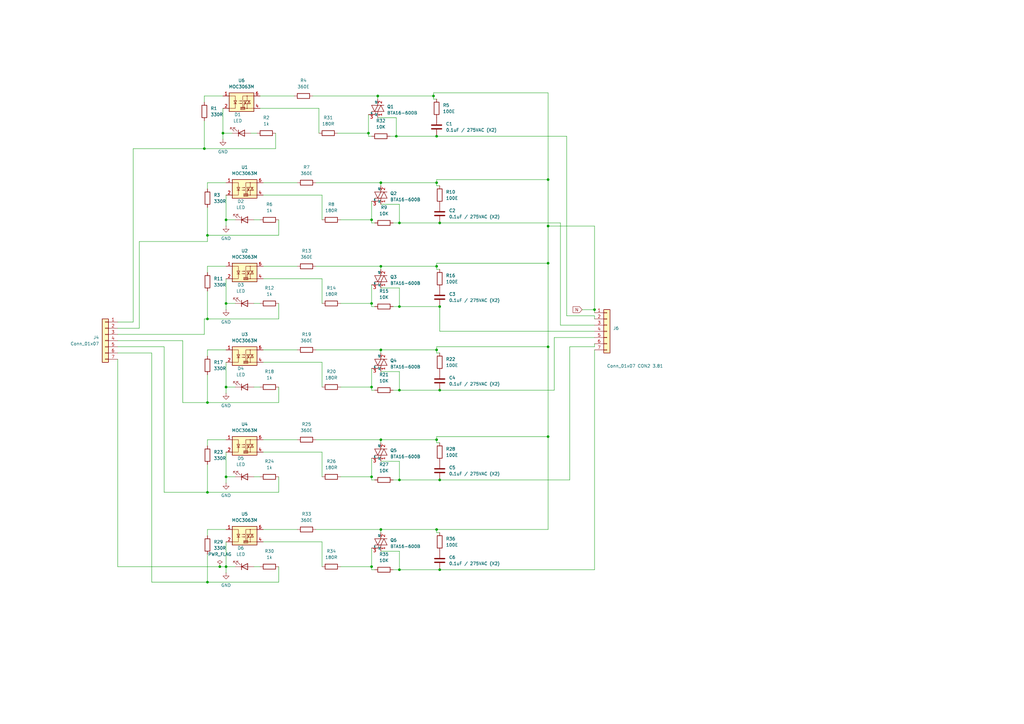
<source format=kicad_sch>
(kicad_sch (version 20250114) (generator "eeschema") (generator_version "9.0")
  (paper "A3")
  (title_block (title "Triac ckt by Amit") (company "Poweron"))
  (lib_symbols
    (symbol "Connector_Generic:Conn_01x07" (pin_names (offset 1.016) (hide yes))
      (property "Reference" "J" (at 0 10.16 0))
      (property "Value" "Conn_01x07" (at 0 -10.16 0))
      (symbol "Conn_01x07_1_1"
        (rectangle (start -1.27 8.89) (end 1.27 -8.89) (stroke (width 0.254)) (fill (type background)))
        (rectangle (start -1.27 7.747) (end 0 7.493) (stroke (width 0.1524)))
        (rectangle (start -1.27 5.207) (end 0 4.953) (stroke (width 0.1524)))
        (rectangle (start -1.27 2.667) (end 0 2.413) (stroke (width 0.1524)))
        (rectangle (start -1.27 0.127) (end 0 -0.127) (stroke (width 0.1524)))
        (rectangle (start -1.27 -2.413) (end 0 -2.667) (stroke (width 0.1524)))
        (rectangle (start -1.27 -4.953) (end 0 -5.207) (stroke (width 0.1524)))
        (rectangle (start -1.27 -7.493) (end 0 -7.747) (stroke (width 0.1524)))
        (pin passive line (at -5.08 7.62 0) (length 3.81) (name "Pin_1") (number "1"))
        (pin passive line (at -5.08 5.08 0) (length 3.81) (name "Pin_2") (number "2"))
        (pin passive line (at -5.08 2.54 0) (length 3.81) (name "Pin_3") (number "3"))
        (pin passive line (at -5.08 0 0) (length 3.81) (name "Pin_4") (number "4"))
        (pin passive line (at -5.08 -2.54 0) (length 3.81) (name "Pin_5") (number "5"))
        (pin passive line (at -5.08 -5.08 0) (length 3.81) (name "Pin_6") (number "6"))
        (pin passive line (at -5.08 -7.62 0) (length 3.81) (name "Pin_7") (number "7"))
      )
    )
    (symbol "Device:C" (pin_numbers (hide yes)) (pin_names (offset 0.254))
      (property "Reference" "C" (at 0.635 2.54 0))
      (property "Value" "C" (at 0.635 -2.54 0))
      (symbol "C_0_1"
        (polyline (pts (xy -2.032 0.762) (xy 2.032 0.762)) (stroke (width 0.508)))
        (polyline (pts (xy -2.032 -0.762) (xy 2.032 -0.762)) (stroke (width 0.508)))
      )
      (symbol "C_1_1"
        (pin passive line (at 0 3.81 270) (length 2.794) (name "~") (number "1"))
        (pin passive line (at 0 -3.81 90) (length 2.794) (name "~") (number "2"))
      )
    )
    (symbol "Device:LED" (pin_numbers (hide yes)) (pin_names (offset 1.016) (hide yes))
      (property "Reference" "D" (at 0 2.54 0))
      (property "Value" "LED" (at 0 -2.54 0))
      (symbol "LED_0_1"
        (polyline (pts (xy -3.048 -0.762) (xy -4.572 -2.286) (xy -3.81 -2.286) (xy -4.572 -2.286) (xy -4.572 -1.524)))
        (polyline (pts (xy -1.778 -0.762) (xy -3.302 -2.286) (xy -2.54 -2.286) (xy -3.302 -2.286) (xy -3.302 -1.524)))
        (polyline (pts (xy -1.27 0) (xy 1.27 0)))
        (polyline (pts (xy -1.27 -1.27) (xy -1.27 1.27)) (stroke (width 0.254)))
        (polyline (pts (xy 1.27 -1.27) (xy 1.27 1.27) (xy -1.27 0) (xy 1.27 -1.27)) (stroke (width 0.254)))
      )
      (symbol "LED_1_1"
        (pin passive line (at -3.81 0 0) (length 2.54) (name "K") (number "1"))
        (pin passive line (at 3.81 0 180) (length 2.54) (name "A") (number "2"))
      )
    )
    (symbol "Device:R" (pin_numbers (hide yes)) (pin_names (offset 0))
      (property "Reference" "R" (at 2.032 0 90))
      (property "Value" "R" (at 0 0 90))
      (symbol "R_0_1"
        (rectangle (start -1.016 -2.54) (end 1.016 2.54) (stroke (width 0.254)))
      )
      (symbol "R_1_1"
        (pin passive line (at 0 3.81 270) (length 1.27) (name "~") (number "1"))
        (pin passive line (at 0 -3.81 90) (length 1.27) (name "~") (number "2"))
      )
    )
    (symbol "Relay_SolidState:MOC3063M"
      (property "Reference" "U" (at -5.08 5.08 0))
      (property "Value" "MOC3063M" (at 0 5.08 0))
      (symbol "MOC3063M_0_0"
        (rectangle (start -0.381 -2.032) (end 1.397 -3.048))
        (polyline (pts (xy 1.524 -0.635) (xy 1.016 -1.016) (xy 1.016 -2.032)))
        (polyline (pts (xy 2.286 -2.54) (xy 1.397 -2.54)))
        (text "ZCD" (at 0.508 -2.54 0) (effects (font (size 0.508 0.508))))
      )
      (symbol "MOC3063M_0_1"
        (rectangle (start -5.08 3.81) (end 5.08 -3.81) (stroke (width 0.254)) (fill (type background)))
        (polyline (pts (xy -5.08 2.54) (xy -2.54 2.54) (xy -2.54 -2.54) (xy -5.08 -2.54)))
        (polyline (pts (xy -3.175 -0.635) (xy -1.905 -0.635)))
        (polyline (pts (xy -2.54 -0.635) (xy -3.175 0.635) (xy -1.905 0.635) (xy -2.54 -0.635)))
        (polyline (pts (xy -1.143 0.508) (xy 0.127 0.508) (xy -0.254 0.381) (xy -0.254 0.635) (xy 0.127 0.508)))
        (polyline (pts (xy -1.143 -0.508) (xy 0.127 -0.508) (xy -0.254 -0.635) (xy -0.254 -0.381) (xy 0.127 -0.508)))
        (polyline (pts (xy 0.889 -0.635) (xy 3.683 -0.635) (xy 3.048 0.635) (xy 2.413 -0.635)))
        (polyline (pts (xy 1.524 -0.635) (xy 1.524 0.635)))
        (polyline (pts (xy 2.286 2.54) (xy 0.508 2.54) (xy 0.508 -2.032)))
        (circle (center 2.286 2.54) (radius 0.127))
        (polyline (pts (xy 2.286 0.635) (xy 2.286 2.54) (xy 5.08 2.54)))
        (polyline (pts (xy 2.286 -0.635) (xy 2.286 -2.54) (xy 5.08 -2.54)))
        (circle (center 2.286 -2.54) (radius 0.127))
        (polyline (pts (xy 3.048 0.635) (xy 3.048 -0.635)))
        (polyline (pts (xy 3.683 0.635) (xy 0.889 0.635) (xy 1.524 -0.635) (xy 2.159 0.635)))
      )
      (symbol "MOC3063M_1_1"
        (pin passive line (at -7.62 2.54 0) (length 2.54) (name "~") (number "1"))
        (pin passive line (at -7.62 -2.54 0) (length 2.54) (name "~") (number "2"))
        (pin no_connect line (at -5.08 0 0) (length 2.54) (hide yes) (name "NC") (number "3"))
        (pin no_connect line (at 5.08 0 180) (length 2.54) (hide yes) (name "NC") (number "5"))
        (pin passive line (at 7.62 2.54 180) (length 2.54) (name "~") (number "6"))
        (pin passive line (at 7.62 -2.54 180) (length 2.54) (name "~") (number "4"))
      )
    )
    (symbol "Triac_Thyristor:BTA16-600B" (pin_names (offset 0))
      (property "Reference" "Q" (at 5.08 1.905 0))
      (property "Value" "BTA16-600B" (at 5.08 0 0))
      (symbol "BTA16-600B_0_1"
        (polyline (pts (xy -2.54 1.27) (xy 2.54 1.27)) (stroke (width 0.2032)))
        (polyline (pts (xy -2.54 1.27) (xy -1.27 -1.27) (xy 0 1.27)) (stroke (width 0.2032)))
        (polyline (pts (xy -2.54 -1.27) (xy 2.54 -1.27)) (stroke (width 0.2032)))
        (polyline (pts (xy -1.27 -2.54) (xy -0.635 -1.27)))
        (polyline (pts (xy 0 -1.27) (xy 1.27 1.27) (xy 2.54 -1.27)) (stroke (width 0.2032)))
      )
      (symbol "BTA16-600B_1_1"
        (pin input line (at -3.81 -2.54 0) (length 2.54) (name "G") (number "3"))
        (pin passive line (at 0 3.81 270) (length 2.54) (name "A2") (number "2"))
        (pin passive line (at 0 -3.81 90) (length 2.54) (name "A1") (number "1"))
      )
    )
    (symbol "power:GND" (power) (pin_numbers (hide yes)) (pin_names (offset 0) (hide yes))
      (property "Value" "GND" (at 0 -3.81 0))
      (symbol "GND_0_1"
        (polyline (pts (xy 0 0) (xy 0 -1.27) (xy 1.27 -1.27) (xy 0 -2.54) (xy -1.27 -1.27) (xy 0 -1.27)))
      )
      (symbol "GND_1_1"
        (pin power_in line (at 0 0 270) (length 0) (name "~") (number "1"))
      )
    )
    (symbol "power:PWR_FLAG" (power) (pin_numbers (hide yes)) (pin_names (offset 0) (hide yes))
      (property "Value" "PWR_FLAG" (at 0 3.81 0))
      (symbol "PWR_FLAG_0_0"
        (pin power_out line (at 0 0 90) (length 0) (name "~") (number "1"))
      )
      (symbol "PWR_FLAG_0_1"
        (polyline (pts (xy 0 0) (xy 0 1.27) (xy -1.016 1.905) (xy 0 2.54) (xy 1.016 1.905) (xy 0 1.27)))
      )
    )
  )
  (junction (at 156.21 74.93))
  (junction (at 156.21 109.22))
  (junction (at 156.21 143.51))
  (junction (at 162.56 55.88))
  (junction (at 92.71 158.75))
  (junction (at 179.07 109.22))
  (junction (at 179.07 180.34))
  (junction (at 85.09 238.76))
  (junction (at 180.34 196.85))
  (junction (at 179.07 217.17))
  (junction (at 92.71 90.17))
  (junction (at 163.83 196.85))
  (junction (at 154.94 39.37))
  (junction (at 156.21 217.17))
  (junction (at 83.82 60.96))
  (junction (at 85.09 96.52))
  (junction (at 85.09 201.93))
  (junction (at 180.34 125.73))
  (junction (at 224.79 179.07))
  (junction (at 90.17 232.41))
  (junction (at 243.84 127))
  (junction (at 163.83 160.02))
  (junction (at 179.07 74.93))
  (junction (at 152.4 195.58))
  (junction (at 152.4 124.46))
  (junction (at 180.34 233.68))
  (junction (at 224.79 73.66))
  (junction (at 163.83 91.44))
  (junction (at 179.07 143.51))
  (junction (at 92.71 124.46))
  (junction (at 163.83 125.73))
  (junction (at 180.34 91.44))
  (junction (at 85.09 165.1))
  (junction (at 85.09 130.81))
  (junction (at 92.71 232.41))
  (junction (at 152.4 158.75))
  (junction (at 152.4 232.41))
  (junction (at 152.4 90.17))
  (junction (at 224.79 142.24))
  (junction (at 92.71 195.58))
  (junction (at 224.79 107.95))
  (junction (at 156.21 180.34))
  (junction (at 179.07 55.88))
  (junction (at 91.44 54.61))
  (junction (at 224.79 92.71))
  (junction (at 151.13 54.61))
  (junction (at 180.34 160.02))
  (junction (at 177.8 39.37))
  (junction (at 163.83 233.68))
  (wire (pts (xy 92.71 143.51) (xy 85.09 143.51)))
  (wire (pts (xy 153.67 196.85) (xy 152.4 196.85)))
  (wire (pts (xy 224.79 38.1) (xy 177.8 38.1)))
  (wire (pts (xy 179.07 144.78) (xy 179.07 143.51)))
  (wire (pts (xy 152.4 125.73) (xy 152.4 124.46)))
  (wire (pts (xy 67.31 142.24) (xy 67.31 201.93)))
  (wire (pts (xy 48.26 142.24) (xy 67.31 142.24)))
  (wire (pts (xy 156.21 180.34) (xy 179.07 180.34)))
  (wire (pts (xy 163.83 233.68) (xy 180.34 233.68)))
  (wire (pts (xy 152.4 91.44) (xy 152.4 90.17)))
  (wire (pts (xy 232.41 129.54) (xy 232.41 55.88)))
  (wire (pts (xy 243.84 138.43) (xy 227.33 138.43)))
  (wire (pts (xy 243.84 233.68) (xy 180.34 233.68)))
  (wire (pts (xy 114.3 165.1) (xy 85.09 165.1)))
  (wire (pts (xy 132.08 185.42) (xy 132.08 195.58)))
  (wire (pts (xy 179.07 142.24) (xy 179.07 143.51)))
  (wire (pts (xy 161.29 125.73) (xy 163.83 125.73)))
  (wire (pts (xy 129.54 109.22) (xy 156.21 109.22)))
  (wire (pts (xy 114.3 232.41) (xy 114.3 238.76)))
  (wire (pts (xy 163.83 189.23) (xy 156.21 189.23)))
  (wire (pts (xy 85.09 143.51) (xy 85.09 146.05)))
  (wire (pts (xy 152.4 158.75) (xy 139.7 158.75)))
  (wire (pts (xy 243.84 143.51) (xy 243.84 233.68)))
  (wire (pts (xy 156.21 217.17) (xy 156.21 218.44)))
  (wire (pts (xy 156.21 74.93) (xy 179.07 74.93)))
  (wire (pts (xy 128.27 39.37) (xy 154.94 39.37)))
  (wire (pts (xy 92.71 124.46) (xy 96.52 124.46)))
  (wire (pts (xy 179.07 110.49) (xy 180.34 110.49)))
  (wire (pts (xy 107.95 114.3) (xy 132.08 114.3)))
  (wire (pts (xy 224.79 73.66) (xy 224.79 92.71)))
  (wire (pts (xy 129.54 74.93) (xy 156.21 74.93)))
  (wire (pts (xy 107.95 109.22) (xy 121.92 109.22)))
  (wire (pts (xy 180.34 135.89) (xy 180.34 125.73)))
  (wire (pts (xy 85.09 119.38) (xy 85.09 130.81)))
  (wire (pts (xy 132.08 148.59) (xy 132.08 158.75)))
  (wire (pts (xy 179.07 218.44) (xy 179.07 217.17)))
  (wire (pts (xy 54.61 60.96) (xy 83.82 60.96)))
  (wire (pts (xy 243.84 129.54) (xy 232.41 129.54)))
  (wire (pts (xy 152.4 196.85) (xy 152.4 195.58)))
  (wire (pts (xy 229.87 91.44) (xy 180.34 91.44)))
  (wire (pts (xy 179.07 73.66) (xy 224.79 73.66)))
  (wire (pts (xy 243.84 127) (xy 243.84 92.71)))
  (wire (pts (xy 85.09 180.34) (xy 85.09 182.88)))
  (wire (pts (xy 107.95 180.34) (xy 121.92 180.34)))
  (wire (pts (xy 91.44 44.45) (xy 91.44 54.61)))
  (wire (pts (xy 161.29 91.44) (xy 163.83 91.44)))
  (wire (pts (xy 151.13 55.88) (xy 151.13 54.61)))
  (wire (pts (xy 243.84 142.24) (xy 233.68 142.24)))
  (wire (pts (xy 92.71 127) (xy 92.71 124.46)))
  (wire (pts (xy 92.71 80.01) (xy 92.71 90.17)))
  (wire (pts (xy 163.83 125.73) (xy 180.34 125.73)))
  (wire (pts (xy 92.71 232.41) (xy 96.52 232.41)))
  (wire (pts (xy 179.07 55.88) (xy 232.41 55.88)))
  (wire (pts (xy 104.14 90.17) (xy 106.68 90.17)))
  (wire (pts (xy 92.71 195.58) (xy 96.52 195.58)))
  (wire (pts (xy 104.14 124.46) (xy 106.68 124.46)))
  (wire (pts (xy 154.94 39.37) (xy 177.8 39.37)))
  (wire (pts (xy 114.3 124.46) (xy 114.3 130.81)))
  (wire (pts (xy 132.08 114.3) (xy 132.08 124.46)))
  (wire (pts (xy 163.83 83.82) (xy 156.21 83.82)))
  (wire (pts (xy 152.4 232.41) (xy 139.7 232.41)))
  (wire (pts (xy 224.79 107.95) (xy 224.79 142.24)))
  (wire (pts (xy 129.54 143.51) (xy 156.21 143.51)))
  (wire (pts (xy 85.09 85.09) (xy 85.09 96.52)))
  (wire (pts (xy 104.14 195.58) (xy 106.68 195.58)))
  (wire (pts (xy 114.3 238.76) (xy 85.09 238.76)))
  (wire (pts (xy 114.3 195.58) (xy 114.3 201.93)))
  (wire (pts (xy 152.4 195.58) (xy 139.7 195.58)))
  (wire (pts (xy 104.14 232.41) (xy 106.68 232.41)))
  (wire (pts (xy 177.8 40.64) (xy 179.07 40.64)))
  (wire (pts (xy 92.71 222.25) (xy 92.71 232.41)))
  (wire (pts (xy 129.54 180.34) (xy 156.21 180.34)))
  (wire (pts (xy 179.07 218.44) (xy 180.34 218.44)))
  (wire (pts (xy 152.4 195.58) (xy 152.4 187.96)))
  (wire (pts (xy 229.87 133.35) (xy 243.84 133.35)))
  (wire (pts (xy 152.4 90.17) (xy 152.4 82.55)))
  (wire (pts (xy 161.29 233.68) (xy 163.83 233.68)))
  (wire (pts (xy 83.82 49.53) (xy 83.82 60.96)))
  (wire (pts (xy 151.13 54.61) (xy 151.13 46.99)))
  (wire (pts (xy 179.07 73.66) (xy 179.07 74.93)))
  (wire (pts (xy 152.4 124.46) (xy 139.7 124.46)))
  (wire (pts (xy 163.83 233.68) (xy 163.83 226.06)))
  (wire (pts (xy 156.21 217.17) (xy 179.07 217.17)))
  (wire (pts (xy 163.83 160.02) (xy 163.83 152.4)))
  (wire (pts (xy 92.71 109.22) (xy 85.09 109.22)))
  (wire (pts (xy 85.09 74.93) (xy 85.09 77.47)))
  (wire (pts (xy 85.09 201.93) (xy 114.3 201.93)))
  (wire (pts (xy 156.21 109.22) (xy 156.21 110.49)))
  (wire (pts (xy 163.83 91.44) (xy 180.34 91.44)))
  (wire (pts (xy 130.81 44.45) (xy 130.81 54.61)))
  (wire (pts (xy 85.09 109.22) (xy 85.09 111.76)))
  (wire (pts (xy 85.09 153.67) (xy 85.09 165.1)))
  (wire (pts (xy 92.71 92.71) (xy 92.71 90.17)))
  (wire (pts (xy 92.71 148.59) (xy 92.71 158.75)))
  (wire (pts (xy 151.13 54.61) (xy 138.43 54.61)))
  (wire (pts (xy 92.71 185.42) (xy 92.71 195.58)))
  (wire (pts (xy 106.68 44.45) (xy 130.81 44.45)))
  (wire (pts (xy 107.95 148.59) (xy 132.08 148.59)))
  (wire (pts (xy 152.4 90.17) (xy 139.7 90.17)))
  (wire (pts (xy 180.34 135.89) (xy 243.84 135.89)))
  (wire (pts (xy 114.3 96.52) (xy 85.09 96.52)))
  (wire (pts (xy 90.17 232.41) (xy 92.71 232.41)))
  (wire (pts (xy 57.15 99.06) (xy 85.09 99.06)))
  (wire (pts (xy 91.44 57.15) (xy 91.44 54.61)))
  (wire (pts (xy 107.95 143.51) (xy 121.92 143.51)))
  (wire (pts (xy 156.21 143.51) (xy 156.21 144.78)))
  (wire (pts (xy 48.26 139.7) (xy 74.93 139.7)))
  (wire (pts (xy 92.71 161.29) (xy 92.71 158.75)))
  (wire (pts (xy 114.3 90.17) (xy 114.3 96.52)))
  (wire (pts (xy 132.08 80.01) (xy 132.08 90.17)))
  (wire (pts (xy 83.82 137.16) (xy 83.82 130.81)))
  (wire (pts (xy 224.79 92.71) (xy 224.79 107.95)))
  (wire (pts (xy 92.71 234.95) (xy 92.71 232.41)))
  (wire (pts (xy 107.95 74.93) (xy 121.92 74.93)))
  (wire (pts (xy 74.93 165.1) (xy 85.09 165.1)))
  (wire (pts (xy 163.83 160.02) (xy 180.34 160.02)))
  (wire (pts (xy 91.44 54.61) (xy 95.25 54.61)))
  (wire (pts (xy 163.83 196.85) (xy 163.83 189.23)))
  (wire (pts (xy 179.07 144.78) (xy 180.34 144.78)))
  (wire (pts (xy 177.8 40.64) (xy 177.8 39.37)))
  (wire (pts (xy 62.23 144.78) (xy 62.23 238.76)))
  (wire (pts (xy 92.71 217.17) (xy 85.09 217.17)))
  (wire (pts (xy 163.83 118.11) (xy 156.21 118.11)))
  (wire (pts (xy 85.09 227.33) (xy 85.09 238.76)))
  (wire (pts (xy 162.56 55.88) (xy 162.56 48.26)))
  (wire (pts (xy 85.09 217.17) (xy 85.09 219.71)))
  (wire (pts (xy 227.33 138.43) (xy 227.33 160.02)))
  (wire (pts (xy 48.26 132.08) (xy 54.61 132.08)))
  (wire (pts (xy 179.07 181.61) (xy 180.34 181.61)))
  (wire (pts (xy 153.67 160.02) (xy 152.4 160.02)))
  (wire (pts (xy 243.84 92.71) (xy 224.79 92.71)))
  (wire (pts (xy 85.09 99.06) (xy 85.09 96.52)))
  (wire (pts (xy 54.61 132.08) (xy 54.61 60.96)))
  (wire (pts (xy 152.4 160.02) (xy 152.4 158.75)))
  (wire (pts (xy 224.79 142.24) (xy 224.79 179.07)))
  (wire (pts (xy 91.44 39.37) (xy 83.82 39.37)))
  (wire (pts (xy 162.56 48.26) (xy 154.94 48.26)))
  (wire (pts (xy 48.26 137.16) (xy 83.82 137.16)))
  (wire (pts (xy 179.07 76.2) (xy 180.34 76.2)))
  (wire (pts (xy 161.29 196.85) (xy 163.83 196.85)))
  (wire (pts (xy 83.82 39.37) (xy 83.82 41.91)))
  (wire (pts (xy 85.09 190.5) (xy 85.09 201.93)))
  (wire (pts (xy 179.07 179.07) (xy 179.07 180.34)))
  (wire (pts (xy 114.3 130.81) (xy 85.09 130.81)))
  (wire (pts (xy 243.84 129.54) (xy 243.84 130.81)))
  (wire (pts (xy 163.83 125.73) (xy 163.83 118.11)))
  (wire (pts (xy 224.79 179.07) (xy 224.79 217.17)))
  (wire (pts (xy 156.21 180.34) (xy 156.21 181.61)))
  (wire (pts (xy 179.07 110.49) (xy 179.07 109.22)))
  (wire (pts (xy 163.83 152.4) (xy 156.21 152.4)))
  (wire (pts (xy 229.87 133.35) (xy 229.87 91.44)))
  (wire (pts (xy 163.83 226.06) (xy 156.21 226.06)))
  (wire (pts (xy 224.79 217.17) (xy 179.07 217.17)))
  (wire (pts (xy 179.07 107.95) (xy 224.79 107.95)))
  (wire (pts (xy 92.71 198.12) (xy 92.71 195.58)))
  (wire (pts (xy 177.8 38.1) (xy 177.8 39.37)))
  (wire (pts (xy 163.83 91.44) (xy 163.83 83.82)))
  (wire (pts (xy 162.56 55.88) (xy 179.07 55.88)))
  (wire (pts (xy 92.71 90.17) (xy 96.52 90.17)))
  (wire (pts (xy 224.79 38.1) (xy 224.79 73.66)))
  (wire (pts (xy 154.94 39.37) (xy 154.94 40.64)))
  (wire (pts (xy 238.76 127) (xy 243.84 127)))
  (wire (pts (xy 107.95 185.42) (xy 132.08 185.42)))
  (wire (pts (xy 227.33 160.02) (xy 180.34 160.02)))
  (wire (pts (xy 107.95 80.01) (xy 132.08 80.01)))
  (wire (pts (xy 114.3 158.75) (xy 114.3 165.1)))
  (wire (pts (xy 107.95 217.17) (xy 121.92 217.17)))
  (wire (pts (xy 179.07 142.24) (xy 224.79 142.24)))
  (wire (pts (xy 113.03 54.61) (xy 113.03 60.96)))
  (wire (pts (xy 92.71 158.75) (xy 96.52 158.75)))
  (wire (pts (xy 74.93 139.7) (xy 74.93 165.1)))
  (wire (pts (xy 152.4 158.75) (xy 152.4 151.13)))
  (wire (pts (xy 156.21 109.22) (xy 179.07 109.22)))
  (wire (pts (xy 161.29 160.02) (xy 163.83 160.02)))
  (wire (pts (xy 152.4 124.46) (xy 152.4 116.84)))
  (wire (pts (xy 83.82 130.81) (xy 85.09 130.81)))
  (wire (pts (xy 152.4 232.41) (xy 152.4 224.79)))
  (wire (pts (xy 107.95 222.25) (xy 132.08 222.25)))
  (wire (pts (xy 156.21 74.93) (xy 156.21 76.2)))
  (wire (pts (xy 156.21 143.51) (xy 179.07 143.51)))
  (wire (pts (xy 179.07 107.95) (xy 179.07 109.22)))
  (wire (pts (xy 92.71 180.34) (xy 85.09 180.34)))
  (wire (pts (xy 104.14 158.75) (xy 106.68 158.75)))
  (wire (pts (xy 67.31 201.93) (xy 85.09 201.93)))
  (wire (pts (xy 48.26 134.62) (xy 57.15 134.62)))
  (wire (pts (xy 48.26 232.41) (xy 90.17 232.41)))
  (wire (pts (xy 179.07 76.2) (xy 179.07 74.93)))
  (wire (pts (xy 152.4 233.68) (xy 152.4 232.41)))
  (wire (pts (xy 113.03 60.96) (xy 83.82 60.96)))
  (wire (pts (xy 106.68 39.37) (xy 120.65 39.37)))
  (wire (pts (xy 132.08 222.25) (xy 132.08 232.41)))
  (wire (pts (xy 243.84 128.27) (xy 243.84 127)))
  (wire (pts (xy 153.67 125.73) (xy 152.4 125.73)))
  (wire (pts (xy 92.71 114.3) (xy 92.71 124.46)))
  (wire (pts (xy 179.07 179.07) (xy 224.79 179.07)))
  (wire (pts (xy 92.71 74.93) (xy 85.09 74.93)))
  (wire (pts (xy 152.4 55.88) (xy 151.13 55.88)))
  (wire (pts (xy 233.68 142.24) (xy 233.68 196.85)))
  (wire (pts (xy 160.02 55.88) (xy 162.56 55.88)))
  (wire (pts (xy 48.26 147.32) (xy 48.26 232.41)))
  (wire (pts (xy 129.54 217.17) (xy 156.21 217.17)))
  (wire (pts (xy 243.84 140.97) (xy 243.84 142.24)))
  (wire (pts (xy 163.83 196.85) (xy 180.34 196.85)))
  (wire (pts (xy 179.07 181.61) (xy 179.07 180.34)))
  (wire (pts (xy 233.68 196.85) (xy 180.34 196.85)))
  (wire (pts (xy 57.15 134.62) (xy 57.15 99.06)))
  (wire (pts (xy 48.26 144.78) (xy 62.23 144.78)))
  (wire (pts (xy 62.23 238.76) (xy 85.09 238.76)))
  (wire (pts (xy 153.67 233.68) (xy 152.4 233.68)))
  (wire (pts (xy 153.67 91.44) (xy 152.4 91.44)))
  (wire (pts (xy 102.87 54.61) (xy 105.41 54.61)))
  (global_label "N" (shape input) (at 238.76 127 180) (property "Intersheetrefs" "${INTERSHEET_REFS}" (effects (hide yes))))
  (symbol (lib_id "Device:R") (at 180.34 185.42 0) (unit 1)
    (property "Reference" "R28" (at 182.88 184.1499 0) (effects (justify left)))
    (property "Value" "100E" (at 182.88 186.6899 0) (effects (justify left)))
    (property "Footprint" "Resistor_THT:R_Axial_DIN0411_L9.9mm_D3.6mm_P12.70mm_Horizontal" (effects (hide yes)))
    (property "Description" "Resistor" (effects (hide yes)))
  )
  (symbol (lib_id "Device:C") (at 180.34 156.21 0) (unit 1)
    (property "Reference" "C4" (at 184.15 154.9399 0) (effects (justify left)))
    (property "Value" "0.1uF / 275VAC (X2)" (at 184.15 157.4799 0) (effects (justify left)))
    (property "Footprint" "Capacitor_THT:C_Rect_L13.0mm_W5.0mm_P10.00mm_FKS3_FKP3_MKS4" (effects (hide yes)))
    (property "Description" "Unpolarized capacitor" (effects (hide yes)))
  )
  (symbol (lib_id "power:GND") (at 92.71 127 0) (unit 1)
    (property "Reference" "#PWR03" (effects (hide yes)))
    (property "Value" "GND" (at 92.71 132.08 0))
    (property "Description" "Power symbol creates a global label with name \"GND\" , ground" (effects (hide yes)))
  )
  (symbol (lib_id "power:GND") (at 92.71 92.71 0) (unit 1)
    (property "Reference" "#PWR02" (effects (hide yes)))
    (property "Value" "GND" (at 92.71 97.79 0))
    (property "Description" "Power symbol creates a global label with name \"GND\" , ground" (effects (hide yes)))
  )
  (symbol (lib_id "Device:R") (at 85.09 186.69 0) (unit 1)
    (property "Reference" "R23" (at 87.63 185.4199 0) (effects (justify left)))
    (property "Value" "330R" (at 87.63 187.9599 0) (effects (justify left)))
    (property "Footprint" "Resistor_THT:R_Axial_DIN0207_L6.3mm_D2.5mm_P7.62mm_Horizontal" (effects (hide yes)))
    (property "Description" "Resistor" (effects (hide yes)))
  )
  (symbol (lib_id "Device:C") (at 179.07 52.07 0) (unit 1)
    (property "Reference" "C1" (at 182.88 50.7999 0) (effects (justify left)))
    (property "Value" "0.1uF / 275VAC (X2)" (at 182.88 53.3399 0) (effects (justify left)))
    (property "Footprint" "Capacitor_THT:C_Rect_L13.0mm_W5.0mm_P10.00mm_FKS3_FKP3_MKS4" (effects (hide yes)))
    (property "Description" "Unpolarized capacitor" (effects (hide yes)))
  )
  (symbol (lib_id "Device:R") (at 110.49 124.46 270) (unit 1)
    (property "Reference" "R12" (at 110.49 118.11 90))
    (property "Value" "1k" (at 110.49 120.65 90))
    (property "Footprint" "Resistor_THT:R_Axial_DIN0207_L6.3mm_D2.5mm_P7.62mm_Horizontal" (effects (hide yes)))
    (property "Description" "Resistor" (effects (hide yes)))
  )
  (symbol (lib_id "Triac_Thyristor:BTA16-600B") (at 156.21 114.3 0) (unit 1)
    (property "Reference" "Q3" (at 160.02 113.6141 0) (effects (justify left)))
    (property "Value" "BTA16-600B" (at 160.02 116.1541 0) (effects (justify left)))
    (property "Footprint" "Package_TO_SOT_THT:TO-220-3_Vertical" (effects (hide yes)))
    (property "Datasheet" "https://www.st.com/resource/en/datasheet/bta16.pdf" (effects (hide yes)))
    (property "Description" "16A RMS, 600V Off-State Voltage, 50mA Sensitivity, Insulated, Triac, TO-220" (effects (hide yes)))
  )
  (symbol (lib_id "Device:R") (at 135.89 90.17 270) (unit 1)
    (property "Reference" "R8" (at 135.89 83.82 90))
    (property "Value" "180R" (at 135.89 86.36 90))
    (property "Footprint" "Resistor_THT:R_Axial_DIN0207_L6.3mm_D2.5mm_P7.62mm_Horizontal" (effects (hide yes)))
    (property "Description" "Resistor" (effects (hide yes)))
  )
  (symbol (lib_id "Device:R") (at 85.09 115.57 0) (unit 1)
    (property "Reference" "R11" (at 87.63 114.2999 0) (effects (justify left)))
    (property "Value" "330R" (at 87.63 116.8399 0) (effects (justify left)))
    (property "Footprint" "Resistor_THT:R_Axial_DIN0207_L6.3mm_D2.5mm_P7.62mm_Horizontal" (effects (hide yes)))
    (property "Description" "Resistor" (effects (hide yes)))
  )
  (symbol (lib_id "Device:R") (at 180.34 222.25 0) (unit 1)
    (property "Reference" "R36" (at 182.88 220.9799 0) (effects (justify left)))
    (property "Value" "100E" (at 182.88 223.5199 0) (effects (justify left)))
    (property "Footprint" "Resistor_THT:R_Axial_DIN0411_L9.9mm_D3.6mm_P12.70mm_Horizontal" (effects (hide yes)))
    (property "Description" "Resistor" (effects (hide yes)))
  )
  (symbol (lib_id "Device:C") (at 180.34 87.63 0) (unit 1)
    (property "Reference" "C2" (at 184.15 86.3599 0) (effects (justify left)))
    (property "Value" "0.1uF / 275VAC (X2)" (at 184.15 88.8999 0) (effects (justify left)))
    (property "Footprint" "Capacitor_THT:C_Rect_L13.0mm_W5.0mm_P10.00mm_FKS3_FKP3_MKS4" (effects (hide yes)))
    (property "Description" "Unpolarized capacitor" (effects (hide yes)))
  )
  (symbol (lib_id "power:GND") (at 92.71 198.12 0) (unit 1)
    (property "Reference" "#PWR05" (effects (hide yes)))
    (property "Value" "GND" (at 92.71 203.2 0))
    (property "Description" "Power symbol creates a global label with name \"GND\" , ground" (effects (hide yes)))
  )
  (symbol (lib_id "Relay_SolidState:MOC3063M") (at 100.33 219.71 0) (unit 1)
    (property "Reference" "U5" (at 100.33 210.82 0))
    (property "Value" "MOC3063M" (at 100.33 213.36 0))
    (property "Footprint" "Package_DIP:DIP-6_W7.62mm" (effects (hide yes)))
    (property "Datasheet" "https://www.onsemi.com/pub/Collateral/MOC3163M-D.pdf" (effects (hide yes)))
    (property "Description" "Zero Cross Opto-Triac, Vdrm 600V, Ift 5mA, DIP6" (effects (hide yes)))
  )
  (symbol (lib_id "Triac_Thyristor:BTA16-600B") (at 156.21 222.25 0) (unit 1)
    (property "Reference" "Q6" (at 160.02 221.5641 0) (effects (justify left)))
    (property "Value" "BTA16-600B" (at 160.02 224.1041 0) (effects (justify left)))
    (property "Footprint" "Package_TO_SOT_THT:TO-220-3_Vertical" (effects (hide yes)))
    (property "Datasheet" "https://www.st.com/resource/en/datasheet/bta16.pdf" (effects (hide yes)))
    (property "Description" "16A RMS, 600V Off-State Voltage, 50mA Sensitivity, Insulated, Triac, TO-220" (effects (hide yes)))
  )
  (symbol (lib_id "Relay_SolidState:MOC3063M") (at 100.33 111.76 0) (unit 1)
    (property "Reference" "U2" (at 100.33 102.87 0))
    (property "Value" "MOC3063M" (at 100.33 105.41 0))
    (property "Footprint" "Package_DIP:DIP-6_W7.62mm" (effects (hide yes)))
    (property "Datasheet" "https://www.onsemi.com/pub/Collateral/MOC3163M-D.pdf" (effects (hide yes)))
    (property "Description" "Zero Cross Opto-Triac, Vdrm 600V, Ift 5mA, DIP6" (effects (hide yes)))
  )
  (symbol (lib_id "Device:R") (at 110.49 158.75 270) (unit 1)
    (property "Reference" "R18" (at 110.49 152.4 90))
    (property "Value" "1k" (at 110.49 154.94 90))
    (property "Footprint" "Resistor_THT:R_Axial_DIN0207_L6.3mm_D2.5mm_P7.62mm_Horizontal" (effects (hide yes)))
    (property "Description" "Resistor" (effects (hide yes)))
  )
  (symbol (lib_id "Device:R") (at 180.34 80.01 0) (unit 1)
    (property "Reference" "R10" (at 182.88 78.7399 0) (effects (justify left)))
    (property "Value" "100E" (at 182.88 81.2799 0) (effects (justify left)))
    (property "Footprint" "Resistor_THT:R_Axial_DIN0411_L9.9mm_D3.6mm_P12.70mm_Horizontal" (effects (hide yes)))
    (property "Description" "Resistor" (effects (hide yes)))
  )
  (symbol (lib_id "Device:LED") (at 100.33 158.75 0) (mirror x) (unit 1)
    (property "Reference" "D4" (at 98.7425 151.13 0))
    (property "Value" "LED" (at 98.7425 153.67 0))
    (property "Footprint" "LED_SMD:LED_0805_2012Metric_Pad1.15x1.40mm_HandSolder" (effects (hide yes)))
    (property "Description" "Light emitting diode" (effects (hide yes)))
    (property "Sim.Pins" "1=K 2=A" (effects (hide yes)))
  )
  (symbol (lib_id "Device:R") (at 110.49 232.41 270) (unit 1)
    (property "Reference" "R30" (at 110.49 226.06 90))
    (property "Value" "1k" (at 110.49 228.6 90))
    (property "Footprint" "Resistor_THT:R_Axial_DIN0207_L6.3mm_D2.5mm_P7.62mm_Horizontal" (effects (hide yes)))
    (property "Description" "Resistor" (effects (hide yes)))
  )
  (symbol (lib_id "Device:R") (at 110.49 90.17 270) (unit 1)
    (property "Reference" "R6" (at 110.49 83.82 90))
    (property "Value" "1k" (at 110.49 86.36 90))
    (property "Footprint" "Resistor_THT:R_Axial_DIN0207_L6.3mm_D2.5mm_P7.62mm_Horizontal" (effects (hide yes)))
    (property "Description" "Resistor" (effects (hide yes)))
  )
  (symbol (lib_id "Device:C") (at 180.34 193.04 0) (unit 1)
    (property "Reference" "C5" (at 184.15 191.7699 0) (effects (justify left)))
    (property "Value" "0.1uF / 275VAC (X2)" (at 184.15 194.3099 0) (effects (justify left)))
    (property "Footprint" "Capacitor_THT:C_Rect_L13.0mm_W5.0mm_P10.00mm_FKS3_FKP3_MKS4" (effects (hide yes)))
    (property "Description" "Unpolarized capacitor" (effects (hide yes)))
  )
  (symbol (lib_id "Triac_Thyristor:BTA16-600B") (at 156.21 80.01 0) (unit 1)
    (property "Reference" "Q2" (at 160.02 79.3241 0) (effects (justify left)))
    (property "Value" "BTA16-600B" (at 160.02 81.8641 0) (effects (justify left)))
    (property "Footprint" "Package_TO_SOT_THT:TO-220-3_Vertical" (effects (hide yes)))
    (property "Datasheet" "https://www.st.com/resource/en/datasheet/bta16.pdf" (effects (hide yes)))
    (property "Description" "16A RMS, 600V Off-State Voltage, 50mA Sensitivity, Insulated, Triac, TO-220" (effects (hide yes)))
  )
  (symbol (lib_id "Device:R") (at 156.21 55.88 270) (unit 1)
    (property "Reference" "R32" (at 156.21 49.53 90))
    (property "Value" "10K" (at 156.21 52.07 90))
    (property "Footprint" "Resistor_THT:R_Axial_DIN0207_L6.3mm_D2.5mm_P7.62mm_Horizontal" (effects (hide yes)))
    (property "Description" "Resistor" (effects (hide yes)))
  )
  (symbol (lib_id "Connector_Generic:Conn_01x07") (at 248.92 135.89 0) (unit 1)
    (property "Reference" "J6" (at 251.46 134.6199 0) (effects (justify left)))
    (property "Value" "Conn_01x07 CON2 3.81" (at 248.92 150.114 0) (effects (justify left)))
    (property "Footprint" "TerminalBlock_Phoenix:TerminalBlock_Phoenix_MKDS-1,5-7-5.08_1x07_P5.08mm_Horizontal" (effects (hide yes)))
    (property "Description" "Generic connector, single row, 01x07, script generated (kicad-library-utils/schlib/autogen/connector/)" (effects (hide yes)))
  )
  (symbol (lib_id "Device:R") (at 125.73 217.17 270) (unit 1)
    (property "Reference" "R33" (at 125.73 210.82 90))
    (property "Value" "360E" (at 125.73 213.36 90))
    (property "Footprint" "Resistor_THT:R_Axial_DIN0207_L6.3mm_D2.5mm_P7.62mm_Horizontal" (effects (hide yes)))
    (property "Description" "Resistor" (effects (hide yes)))
  )
  (symbol (lib_id "Triac_Thyristor:BTA16-600B") (at 154.94 44.45 0) (unit 1)
    (property "Reference" "Q1" (at 158.75 43.7641 0) (effects (justify left)))
    (property "Value" "BTA16-600B" (at 158.75 46.3041 0) (effects (justify left)))
    (property "Footprint" "Package_TO_SOT_THT:TO-220-3_Vertical" (effects (hide yes)))
    (property "Datasheet" "https://www.st.com/resource/en/datasheet/bta16.pdf" (effects (hide yes)))
    (property "Description" "16A RMS, 600V Off-State Voltage, 50mA Sensitivity, Insulated, Triac, TO-220" (effects (hide yes)))
  )
  (symbol (lib_id "Device:LED") (at 100.33 232.41 0) (mirror x) (unit 1)
    (property "Reference" "D6" (at 98.7425 224.79 0))
    (property "Value" "LED" (at 98.7425 227.33 0))
    (property "Footprint" "LED_SMD:LED_0805_2012Metric_Pad1.15x1.40mm_HandSolder" (effects (hide yes)))
    (property "Description" "Light emitting diode" (effects (hide yes)))
    (property "Sim.Pins" "1=K 2=A" (effects (hide yes)))
  )
  (symbol (lib_id "Device:R") (at 157.48 196.85 270) (unit 1)
    (property "Reference" "R27" (at 157.48 190.5 90))
    (property "Value" "10K" (at 157.48 193.04 90))
    (property "Footprint" "Resistor_THT:R_Axial_DIN0207_L6.3mm_D2.5mm_P7.62mm_Horizontal" (effects (hide yes)))
    (property "Description" "Resistor" (effects (hide yes)))
  )
  (symbol (lib_id "Device:R") (at 85.09 81.28 0) (unit 1)
    (property "Reference" "R3" (at 87.63 80.0099 0) (effects (justify left)))
    (property "Value" "330R" (at 87.63 82.5499 0) (effects (justify left)))
    (property "Footprint" "Resistor_THT:R_Axial_DIN0207_L6.3mm_D2.5mm_P7.62mm_Horizontal" (effects (hide yes)))
    (property "Description" "Resistor" (effects (hide yes)))
  )
  (symbol (lib_id "Device:R") (at 134.62 54.61 270) (unit 1)
    (property "Reference" "R31" (at 134.62 48.26 90))
    (property "Value" "180R" (at 134.62 50.8 90))
    (property "Footprint" "Resistor_THT:R_Axial_DIN0207_L6.3mm_D2.5mm_P7.62mm_Horizontal" (effects (hide yes)))
    (property "Description" "Resistor" (effects (hide yes)))
  )
  (symbol (lib_id "Device:R") (at 124.46 39.37 270) (unit 1)
    (property "Reference" "R4" (at 124.46 33.02 90))
    (property "Value" "360E" (at 124.46 35.56 90))
    (property "Footprint" "Resistor_THT:R_Axial_DIN0207_L6.3mm_D2.5mm_P7.62mm_Horizontal" (effects (hide yes)))
    (property "Description" "Resistor" (effects (hide yes)))
  )
  (symbol (lib_id "Device:C") (at 180.34 229.87 0) (unit 1)
    (property "Reference" "C6" (at 184.15 228.5999 0) (effects (justify left)))
    (property "Value" "0.1uF / 275VAC (X2)" (at 184.15 231.1399 0) (effects (justify left)))
    (property "Footprint" "Capacitor_THT:C_Rect_L13.0mm_W5.0mm_P10.00mm_FKS3_FKP3_MKS4" (effects (hide yes)))
    (property "Description" "Unpolarized capacitor" (effects (hide yes)))
  )
  (symbol (lib_id "Device:R") (at 125.73 180.34 270) (unit 1)
    (property "Reference" "R25" (at 125.73 173.99 90))
    (property "Value" "360E" (at 125.73 176.53 90))
    (property "Footprint" "Resistor_THT:R_Axial_DIN0207_L6.3mm_D2.5mm_P7.62mm_Horizontal" (effects (hide yes)))
    (property "Description" "Resistor" (effects (hide yes)))
  )
  (symbol (lib_id "Relay_SolidState:MOC3063M") (at 100.33 182.88 0) (unit 1)
    (property "Reference" "U4" (at 100.33 173.99 0))
    (property "Value" "MOC3063M" (at 100.33 176.53 0))
    (property "Footprint" "Package_DIP:DIP-6_W7.62mm" (effects (hide yes)))
    (property "Datasheet" "https://www.onsemi.com/pub/Collateral/MOC3163M-D.pdf" (effects (hide yes)))
    (property "Description" "Zero Cross Opto-Triac, Vdrm 600V, Ift 5mA, DIP6" (effects (hide yes)))
  )
  (symbol (lib_id "Device:R") (at 179.07 44.45 0) (unit 1)
    (property "Reference" "R5" (at 181.61 43.1799 0) (effects (justify left)))
    (property "Value" "100E" (at 181.61 45.7199 0) (effects (justify left)))
    (property "Footprint" "Resistor_THT:R_Axial_DIN0411_L9.9mm_D3.6mm_P12.70mm_Horizontal" (effects (hide yes)))
    (property "Description" "Resistor" (effects (hide yes)))
  )
  (symbol (lib_id "Device:R") (at 157.48 233.68 270) (unit 1)
    (property "Reference" "R35" (at 157.48 227.33 90))
    (property "Value" "10K" (at 157.48 229.87 90))
    (property "Footprint" "Resistor_THT:R_Axial_DIN0207_L6.3mm_D2.5mm_P7.62mm_Horizontal" (effects (hide yes)))
    (property "Description" "Resistor" (effects (hide yes)))
  )
  (symbol (lib_id "Device:R") (at 135.89 232.41 270) (unit 1)
    (property "Reference" "R34" (at 135.89 226.06 90))
    (property "Value" "180R" (at 135.89 228.6 90))
    (property "Footprint" "Resistor_THT:R_Axial_DIN0207_L6.3mm_D2.5mm_P7.62mm_Horizontal" (effects (hide yes)))
    (property "Description" "Resistor" (effects (hide yes)))
  )
  (symbol (lib_id "Device:R") (at 109.22 54.61 270) (unit 1)
    (property "Reference" "R2" (at 109.22 48.26 90))
    (property "Value" "1k" (at 109.22 50.8 90))
    (property "Footprint" "Resistor_THT:R_Axial_DIN0207_L6.3mm_D2.5mm_P7.62mm_Horizontal" (effects (hide yes)))
    (property "Description" "Resistor" (effects (hide yes)))
  )
  (symbol (lib_id "power:PWR_FLAG") (at 90.17 232.41 0) (unit 1)
    (property "Reference" "#FLG06" (effects (hide yes)))
    (property "Value" "PWR_FLAG" (at 90.17 227.33 0))
    (property "Description" "Special symbol for telling ERC where power comes from" (effects (hide yes)))
  )
  (symbol (lib_id "Connector_Generic:Conn_01x07") (at 43.18 139.7 0) (mirror y) (unit 1)
    (property "Reference" "J4" (at 40.64 138.4299 0) (effects (justify left)))
    (property "Value" "Conn_01x07" (at 40.64 140.9699 0) (effects (justify left)))
    (property "Footprint" "TerminalBlock_Phoenix:TerminalBlock_Phoenix_MKDS-1-7-3.81_1x07_P3.81mm_Horizontal" (effects (hide yes)))
    (property "Description" "Generic connector, single row, 01x07, script generated (kicad-library-utils/schlib/autogen/connector/)" (effects (hide yes)))
  )
  (symbol (lib_id "Relay_SolidState:MOC3063M") (at 100.33 146.05 0) (unit 1)
    (property "Reference" "U3" (at 100.33 137.16 0))
    (property "Value" "MOC3063M" (at 100.33 139.7 0))
    (property "Footprint" "Package_DIP:DIP-6_W7.62mm" (effects (hide yes)))
    (property "Datasheet" "https://www.onsemi.com/pub/Collateral/MOC3163M-D.pdf" (effects (hide yes)))
    (property "Description" "Zero Cross Opto-Triac, Vdrm 600V, Ift 5mA, DIP6" (effects (hide yes)))
  )
  (symbol (lib_id "power:GND") (at 92.71 234.95 0) (unit 1)
    (property "Reference" "#PWR06" (effects (hide yes)))
    (property "Value" "GND" (at 92.71 240.03 0))
    (property "Description" "Power symbol creates a global label with name \"GND\" , ground" (effects (hide yes)))
  )
  (symbol (lib_id "Device:LED") (at 99.06 54.61 0) (mirror x) (unit 1)
    (property "Reference" "D1" (at 97.4725 46.99 0))
    (property "Value" "LED" (at 97.4725 49.53 0))
    (property "Footprint" "LED_SMD:LED_0805_2012Metric_Pad1.15x1.40mm_HandSolder" (effects (hide yes)))
    (property "Description" "Light emitting diode" (effects (hide yes)))
    (property "Sim.Pins" "1=K 2=A" (effects (hide yes)))
  )
  (symbol (lib_id "Triac_Thyristor:BTA16-600B") (at 156.21 185.42 0) (unit 1)
    (property "Reference" "Q5" (at 160.02 184.7341 0) (effects (justify left)))
    (property "Value" "BTA16-600B" (at 160.02 187.2741 0) (effects (justify left)))
    (property "Footprint" "Package_TO_SOT_THT:TO-220-3_Vertical" (effects (hide yes)))
    (property "Datasheet" "https://www.st.com/resource/en/datasheet/bta16.pdf" (effects (hide yes)))
    (property "Description" "16A RMS, 600V Off-State Voltage, 50mA Sensitivity, Insulated, Triac, TO-220" (effects (hide yes)))
  )
  (symbol (lib_id "Relay_SolidState:MOC3063M") (at 100.33 77.47 0) (unit 1)
    (property "Reference" "U1" (at 100.33 68.58 0))
    (property "Value" "MOC3063M" (at 100.33 71.12 0))
    (property "Footprint" "Package_DIP:DIP-6_W7.62mm" (effects (hide yes)))
    (property "Datasheet" "https://www.onsemi.com/pub/Collateral/MOC3163M-D.pdf" (effects (hide yes)))
    (property "Description" "Zero Cross Opto-Triac, Vdrm 600V, Ift 5mA, DIP6" (effects (hide yes)))
  )
  (symbol (lib_id "Device:R") (at 157.48 160.02 270) (unit 1)
    (property "Reference" "R21" (at 157.48 153.67 90))
    (property "Value" "10K" (at 157.48 156.21 90))
    (property "Footprint" "Resistor_THT:R_Axial_DIN0207_L6.3mm_D2.5mm_P7.62mm_Horizontal" (effects (hide yes)))
    (property "Description" "Resistor" (effects (hide yes)))
  )
  (symbol (lib_id "power:GND") (at 91.44 57.15 0) (unit 1)
    (property "Reference" "#PWR01" (effects (hide yes)))
    (property "Value" "GND" (at 91.44 62.23 0))
    (property "Description" "Power symbol creates a global label with name \"GND\" , ground" (effects (hide yes)))
  )
  (symbol (lib_id "Device:R") (at 85.09 149.86 0) (unit 1)
    (property "Reference" "R17" (at 87.63 148.5899 0) (effects (justify left)))
    (property "Value" "330R" (at 87.63 151.1299 0) (effects (justify left)))
    (property "Footprint" "Resistor_THT:R_Axial_DIN0207_L6.3mm_D2.5mm_P7.62mm_Horizontal" (effects (hide yes)))
    (property "Description" "Resistor" (effects (hide yes)))
  )
  (symbol (lib_id "Device:LED") (at 100.33 124.46 0) (mirror x) (unit 1)
    (property "Reference" "D3" (at 98.7425 116.84 0))
    (property "Value" "LED" (at 98.7425 119.38 0))
    (property "Footprint" "LED_SMD:LED_0805_2012Metric_Pad1.15x1.40mm_HandSolder" (effects (hide yes)))
    (property "Description" "Light emitting diode" (effects (hide yes)))
    (property "Sim.Pins" "1=K 2=A" (effects (hide yes)))
  )
  (symbol (lib_id "Device:LED") (at 100.33 90.17 0) (mirror x) (unit 1)
    (property "Reference" "D2" (at 98.7425 82.55 0))
    (property "Value" "LED" (at 98.7425 85.09 0))
    (property "Footprint" "LED_SMD:LED_0805_2012Metric_Pad1.15x1.40mm_HandSolder" (effects (hide yes)))
    (property "Description" "Light emitting diode" (effects (hide yes)))
    (property "Sim.Pins" "1=K 2=A" (effects (hide yes)))
  )
  (symbol (lib_id "Device:R") (at 85.09 223.52 0) (unit 1)
    (property "Reference" "R29" (at 87.63 222.2499 0) (effects (justify left)))
    (property "Value" "330R" (at 87.63 224.7899 0) (effects (justify left)))
    (property "Footprint" "Resistor_THT:R_Axial_DIN0207_L6.3mm_D2.5mm_P7.62mm_Horizontal" (effects (hide yes)))
    (property "Description" "Resistor" (effects (hide yes)))
  )
  (symbol (lib_id "Device:R") (at 83.82 45.72 0) (unit 1)
    (property "Reference" "R1" (at 86.36 44.4499 0) (effects (justify left)))
    (property "Value" "330R" (at 86.36 46.9899 0) (effects (justify left)))
    (property "Footprint" "Resistor_THT:R_Axial_DIN0207_L6.3mm_D2.5mm_P7.62mm_Horizontal" (effects (hide yes)))
    (property "Description" "Resistor" (effects (hide yes)))
  )
  (symbol (lib_id "Device:R") (at 135.89 158.75 270) (unit 1)
    (property "Reference" "R20" (at 135.89 152.4 90))
    (property "Value" "180R" (at 135.89 154.94 90))
    (property "Footprint" "Resistor_THT:R_Axial_DIN0207_L6.3mm_D2.5mm_P7.62mm_Horizontal" (effects (hide yes)))
    (property "Description" "Resistor" (effects (hide yes)))
  )
  (symbol (lib_id "Triac_Thyristor:BTA16-600B") (at 156.21 148.59 0) (unit 1)
    (property "Reference" "Q4" (at 160.02 147.9041 0) (effects (justify left)))
    (property "Value" "BTA16-600B" (at 160.02 150.4441 0) (effects (justify left)))
    (property "Footprint" "Package_TO_SOT_THT:TO-220-3_Vertical" (effects (hide yes)))
    (property "Datasheet" "https://www.st.com/resource/en/datasheet/bta16.pdf" (effects (hide yes)))
    (property "Description" "16A RMS, 600V Off-State Voltage, 50mA Sensitivity, Insulated, Triac, TO-220" (effects (hide yes)))
  )
  (symbol (lib_id "Relay_SolidState:MOC3063M") (at 99.06 41.91 0) (unit 1)
    (property "Reference" "U6" (at 99.06 33.02 0))
    (property "Value" "MOC3063M" (at 99.06 35.56 0))
    (property "Footprint" "Package_DIP:DIP-6_W7.62mm" (effects (hide yes)))
    (property "Datasheet" "https://www.onsemi.com/pub/Collateral/MOC3163M-D.pdf" (effects (hide yes)))
    (property "Description" "Zero Cross Opto-Triac, Vdrm 600V, Ift 5mA, DIP6" (effects (hide yes)))
  )
  (symbol (lib_id "Device:R") (at 180.34 148.59 0) (unit 1)
    (property "Reference" "R22" (at 182.88 147.3199 0) (effects (justify left)))
    (property "Value" "100E" (at 182.88 149.8599 0) (effects (justify left)))
    (property "Footprint" "Resistor_THT:R_Axial_DIN0411_L9.9mm_D3.6mm_P12.70mm_Horizontal" (effects (hide yes)))
    (property "Description" "Resistor" (effects (hide yes)))
  )
  (symbol (lib_id "Device:LED") (at 100.33 195.58 0) (mirror x) (unit 1)
    (property "Reference" "D5" (at 98.7425 187.96 0))
    (property "Value" "LED" (at 98.7425 190.5 0))
    (property "Footprint" "LED_SMD:LED_0805_2012Metric_Pad1.15x1.40mm_HandSolder" (effects (hide yes)))
    (property "Description" "Light emitting diode" (effects (hide yes)))
    (property "Sim.Pins" "1=K 2=A" (effects (hide yes)))
  )
  (symbol (lib_id "Device:R") (at 125.73 109.22 270) (unit 1)
    (property "Reference" "R13" (at 125.73 102.87 90))
    (property "Value" "360E" (at 125.73 105.41 90))
    (property "Footprint" "Resistor_THT:R_Axial_DIN0207_L6.3mm_D2.5mm_P7.62mm_Horizontal" (effects (hide yes)))
    (property "Description" "Resistor" (effects (hide yes)))
  )
  (symbol (lib_id "power:GND") (at 92.71 161.29 0) (unit 1)
    (property "Reference" "#PWR04" (effects (hide yes)))
    (property "Value" "GND" (at 92.71 166.37 0))
    (property "Description" "Power symbol creates a global label with name \"GND\" , ground" (effects (hide yes)))
  )
  (symbol (lib_id "Device:R") (at 125.73 143.51 270) (unit 1)
    (property "Reference" "R19" (at 125.73 137.16 90))
    (property "Value" "360E" (at 125.73 139.7 90))
    (property "Footprint" "Resistor_THT:R_Axial_DIN0207_L6.3mm_D2.5mm_P7.62mm_Horizontal" (effects (hide yes)))
    (property "Description" "Resistor" (effects (hide yes)))
  )
  (symbol (lib_id "Device:R") (at 125.73 74.93 270) (unit 1)
    (property "Reference" "R7" (at 125.73 68.58 90))
    (property "Value" "360E" (at 125.73 71.12 90))
    (property "Footprint" "Resistor_THT:R_Axial_DIN0207_L6.3mm_D2.5mm_P7.62mm_Horizontal" (effects (hide yes)))
    (property "Description" "Resistor" (effects (hide yes)))
  )
  (symbol (lib_id "Device:R") (at 135.89 195.58 270) (unit 1)
    (property "Reference" "R26" (at 135.89 189.23 90))
    (property "Value" "180R" (at 135.89 191.77 90))
    (property "Footprint" "Resistor_THT:R_Axial_DIN0207_L6.3mm_D2.5mm_P7.62mm_Horizontal" (effects (hide yes)))
    (property "Description" "Resistor" (effects (hide yes)))
  )
  (symbol (lib_id "Device:R") (at 157.48 91.44 270) (unit 1)
    (property "Reference" "R9" (at 157.48 85.09 90))
    (property "Value" "10K" (at 157.48 87.63 90))
    (property "Footprint" "Resistor_THT:R_Axial_DIN0207_L6.3mm_D2.5mm_P7.62mm_Horizontal" (effects (hide yes)))
    (property "Description" "Resistor" (effects (hide yes)))
  )
  (symbol (lib_id "Device:C") (at 180.34 121.92 0) (unit 1)
    (property "Reference" "C3" (at 184.15 120.6499 0) (effects (justify left)))
    (property "Value" "0.1uF / 275VAC (X2)" (at 184.15 123.1899 0) (effects (justify left)))
    (property "Footprint" "Capacitor_THT:C_Rect_L13.0mm_W5.0mm_P10.00mm_FKS3_FKP3_MKS4" (effects (hide yes)))
    (property "Description" "Unpolarized capacitor" (effects (hide yes)))
  )
  (symbol (lib_id "Device:R") (at 157.48 125.73 270) (unit 1)
    (property "Reference" "R15" (at 157.48 119.38 90))
    (property "Value" "10K" (at 157.48 121.92 90))
    (property "Footprint" "Resistor_THT:R_Axial_DIN0207_L6.3mm_D2.5mm_P7.62mm_Horizontal" (effects (hide yes)))
    (property "Description" "Resistor" (effects (hide yes)))
  )
  (symbol (lib_id "Device:R") (at 180.34 114.3 0) (unit 1)
    (property "Reference" "R16" (at 182.88 113.0299 0) (effects (justify left)))
    (property "Value" "100E" (at 182.88 115.5699 0) (effects (justify left)))
    (property "Footprint" "Resistor_THT:R_Axial_DIN0411_L9.9mm_D3.6mm_P12.70mm_Horizontal" (effects (hide yes)))
    (property "Description" "Resistor" (effects (hide yes)))
  )
  (symbol (lib_id "Device:R") (at 110.49 195.58 270) (unit 1)
    (property "Reference" "R24" (at 110.49 189.23 90))
    (property "Value" "1k" (at 110.49 191.77 90))
    (property "Footprint" "Resistor_THT:R_Axial_DIN0207_L6.3mm_D2.5mm_P7.62mm_Horizontal" (effects (hide yes)))
    (property "Description" "Resistor" (effects (hide yes)))
  )
  (symbol (lib_id "Device:R") (at 135.89 124.46 270) (unit 1)
    (property "Reference" "R14" (at 135.89 118.11 90))
    (property "Value" "180R" (at 135.89 120.65 90))
    (property "Footprint" "Resistor_THT:R_Axial_DIN0207_L6.3mm_D2.5mm_P7.62mm_Horizontal" (effects (hide yes)))
    (property "Description" "Resistor" (effects (hide yes)))
  )
)
</source>
